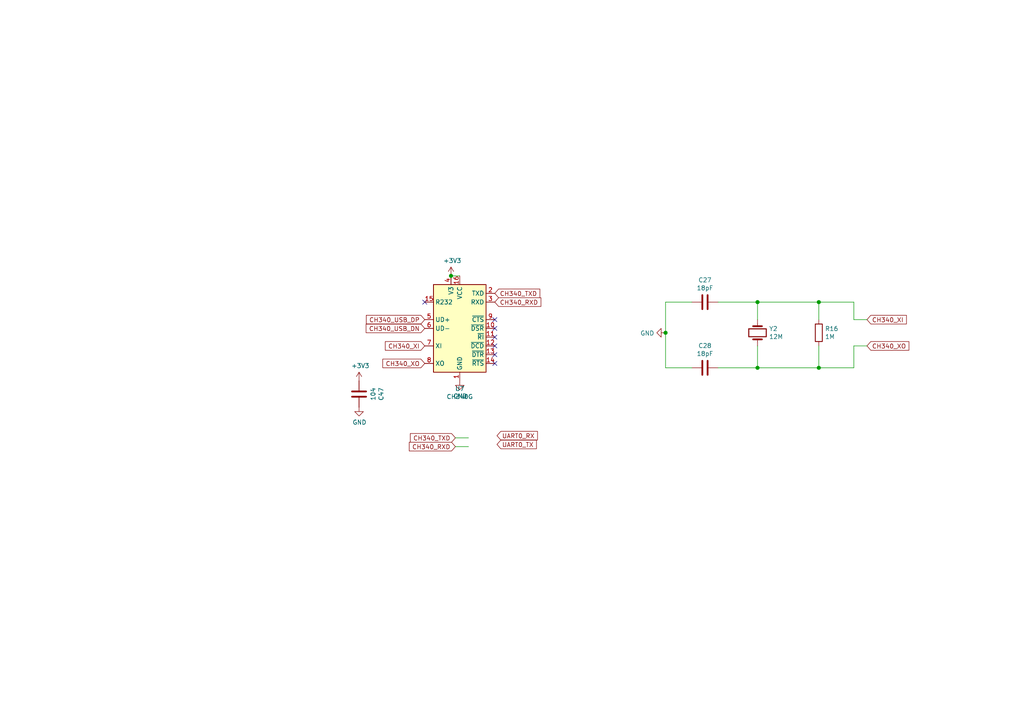
<source format=kicad_sch>
(kicad_sch (version 20210126) (generator eeschema)
  (paper "A4")
  (lib_symbols
    (symbol "Device:C" (pin_numbers hide) (pin_names (offset 0.254))
      (property "Reference" "C" (at 0.635 2.54 0))
      (property "Value" "C" (at 0.635 -2.54 0))
      (symbol "C_0_1"
        (polyline (pts (xy -2.032 -0.762) (xy 2.032 -0.762)) (stroke (width 0.508)))
        (polyline (pts (xy -2.032 0.762) (xy 2.032 0.762)) (stroke (width 0.508)))
      )
      (symbol "C_1_1"
        (pin passive line (at 0 3.81 270) (length 2.794) (name "~") (number "1"))
        (pin passive line (at 0 -3.81 90) (length 2.794) (name "~") (number "2"))
      )
    )
    (symbol "Device:Crystal" (pin_numbers hide) (pin_names (offset 1.016) hide)
      (property "Reference" "Y" (at 0 3.81 0))
      (property "Value" "Crystal" (at 0 -3.81 0))
      (symbol "Crystal_0_1"
        (rectangle (start -1.143 2.54) (end 1.143 -2.54) (stroke (width 0.3048)))
        (polyline (pts (xy -2.54 0) (xy -1.905 0)))
        (polyline (pts (xy -1.905 -1.27) (xy -1.905 1.27)) (stroke (width 0.508)))
        (polyline (pts (xy 1.905 -1.27) (xy 1.905 1.27)) (stroke (width 0.508)))
        (polyline (pts (xy 2.54 0) (xy 1.905 0)))
      )
      (symbol "Crystal_1_1"
        (pin passive line (at -3.81 0 0) (length 1.27) (name "1") (number "1"))
        (pin passive line (at 3.81 0 180) (length 1.27) (name "2") (number "2"))
      )
    )
    (symbol "Device:R" (pin_numbers hide) (pin_names (offset 0))
      (property "Reference" "R" (at 2.032 0 90))
      (property "Value" "R" (at 0 0 90))
      (symbol "R_0_1"
        (rectangle (start -1.016 -2.54) (end 1.016 2.54) (stroke (width 0.254)))
      )
      (symbol "R_1_1"
        (pin passive line (at 0 3.81 270) (length 1.27) (name "~") (number "1"))
        (pin passive line (at 0 -3.81 90) (length 1.27) (name "~") (number "2"))
      )
    )
    (symbol "Interface_USB:CH340G"
      (property "Reference" "U" (at -5.08 13.97 0))
      (property "Value" "CH340G" (at 1.27 13.97 0))
      (symbol "CH340G_0_1"
        (rectangle (start -7.62 12.7) (end 7.62 -12.7) (stroke (width 0.254)) (fill (type background)))
      )
      (symbol "CH340G_1_1"
        (pin power_in line (at 0 -15.24 90) (length 2.54) (name "GND") (number "1"))
        (pin input line (at 10.16 0 180) (length 2.54) (name "~DSR") (number "10"))
        (pin input line (at 10.16 -2.54 180) (length 2.54) (name "~RI") (number "11"))
        (pin input line (at 10.16 -5.08 180) (length 2.54) (name "~DCD") (number "12"))
        (pin output line (at 10.16 -7.62 180) (length 2.54) (name "~DTR") (number "13"))
        (pin output line (at 10.16 -10.16 180) (length 2.54) (name "~RTS") (number "14"))
        (pin input line (at -10.16 7.62 0) (length 2.54) (name "R232") (number "15"))
        (pin power_in line (at 0 15.24 270) (length 2.54) (name "VCC") (number "16"))
        (pin output line (at 10.16 10.16 180) (length 2.54) (name "TXD") (number "2"))
        (pin input line (at 10.16 7.62 180) (length 2.54) (name "RXD") (number "3"))
        (pin passive line (at -2.54 15.24 270) (length 2.54) (name "V3") (number "4"))
        (pin bidirectional line (at -10.16 2.54 0) (length 2.54) (name "UD+") (number "5"))
        (pin bidirectional line (at -10.16 0 0) (length 2.54) (name "UD-") (number "6"))
        (pin input line (at -10.16 -5.08 0) (length 2.54) (name "XI") (number "7"))
        (pin output line (at -10.16 -10.16 0) (length 2.54) (name "XO") (number "8"))
        (pin input line (at 10.16 2.54 180) (length 2.54) (name "~CTS") (number "9"))
      )
    )
    (symbol "power:+3V3" (power) (pin_names (offset 0))
      (property "Value" "+3V3" (at 0 3.556 0))
      (symbol "+3V3_0_1"
        (polyline (pts (xy -0.762 1.27) (xy 0 2.54)))
        (polyline (pts (xy 0 0) (xy 0 2.54)))
        (polyline (pts (xy 0 2.54) (xy 0.762 1.27)))
      )
      (symbol "+3V3_1_1"
        (pin power_in line (at 0 0 90) (length 0) hide (name "+3V3") (number "1"))
      )
    )
    (symbol "power:GND" (power) (pin_names (offset 0))
      (property "Value" "GND" (at 0 -3.81 0))
      (symbol "GND_0_1"
        (polyline (pts (xy 0 0) (xy 0 -1.27) (xy 1.27 -1.27) (xy 0 -2.54) (xy -1.27 -1.27) (xy 0 -1.27)))
      )
      (symbol "GND_1_1"
        (pin power_in line (at 0 0 270) (length 0) hide (name "GND") (number "1"))
      )
    )
  )
  (junction (at 130.81 80.01) (diameter 1.016))
  (junction (at 193.04 96.52) (diameter 1.016))
  (junction (at 219.71 87.63) (diameter 1.016))
  (junction (at 219.71 106.68) (diameter 1.016))
  (junction (at 237.49 87.63) (diameter 1.016))
  (junction (at 237.49 106.68) (diameter 1.016))
  (no_connect (at 123.19 87.63))
  (no_connect (at 143.51 92.71))
  (no_connect (at 143.51 95.25))
  (no_connect (at 143.51 97.79))
  (no_connect (at 143.51 100.33))
  (no_connect (at 143.51 102.87))
  (no_connect (at 143.51 105.41))
  (wire (pts (xy 132.08 127) (xy 135.89 127)))
  (wire (pts (xy 133.35 80.01) (xy 130.81 80.01)))
  (wire (pts (xy 135.89 129.54) (xy 132.08 129.54)))
  (wire (pts (xy 193.04 87.63) (xy 193.04 96.52)))
  (wire (pts (xy 193.04 96.52) (xy 193.04 106.68)))
  (wire (pts (xy 193.04 106.68) (xy 200.66 106.68)))
  (wire (pts (xy 200.66 87.63) (xy 193.04 87.63)))
  (wire (pts (xy 208.28 87.63) (xy 219.71 87.63)))
  (wire (pts (xy 208.28 106.68) (xy 219.71 106.68)))
  (wire (pts (xy 219.71 87.63) (xy 219.71 92.71)))
  (wire (pts (xy 219.71 87.63) (xy 237.49 87.63)))
  (wire (pts (xy 219.71 106.68) (xy 219.71 100.33)))
  (wire (pts (xy 237.49 87.63) (xy 237.49 92.71)))
  (wire (pts (xy 237.49 87.63) (xy 247.65 87.63)))
  (wire (pts (xy 237.49 100.33) (xy 237.49 106.68)))
  (wire (pts (xy 237.49 106.68) (xy 219.71 106.68)))
  (wire (pts (xy 247.65 87.63) (xy 247.65 92.71)))
  (wire (pts (xy 247.65 92.71) (xy 251.46 92.71)))
  (wire (pts (xy 247.65 100.33) (xy 247.65 106.68)))
  (wire (pts (xy 247.65 106.68) (xy 237.49 106.68)))
  (wire (pts (xy 251.46 100.33) (xy 247.65 100.33)))
  (global_label "CH340_USB_DP" (shape input) (at 123.19 92.71 180) (property "Intersheet References" "${INTERSHEET_REFS}" (effects hide)))
  (global_label "CH340_USB_DN" (shape input) (at 123.19 95.25 180) (property "Intersheet References" "${INTERSHEET_REFS}" (effects hide)))
  (global_label "CH340_XI" (shape input) (at 123.19 100.33 180) (property "Intersheet References" "${INTERSHEET_REFS}" (effects hide)))
  (global_label "CH340_XO" (shape input) (at 123.19 105.41 180) (property "Intersheet References" "${INTERSHEET_REFS}" (effects hide)))
  (global_label "CH340_TXD" (shape input) (at 132.08 127 180) (property "Intersheet References" "${INTERSHEET_REFS}" (effects hide)))
  (global_label "CH340_RXD" (shape input) (at 132.08 129.54 180) (property "Intersheet References" "${INTERSHEET_REFS}" (effects hide)))
  (global_label "CH340_TXD" (shape input) (at 143.51 85.09 0) (property "Intersheet References" "${INTERSHEET_REFS}" (effects hide)))
  (global_label "CH340_RXD" (shape input) (at 143.51 87.63 0) (property "Intersheet References" "${INTERSHEET_REFS}" (effects hide)))
  (global_label "UART0_RX" (shape input) (at 144.145 126.365 0) (property "Intersheet References" "${INTERSHEET_REFS}" (effects hide)))
  (global_label "UART0_TX" (shape input) (at 144.145 128.905 0) (property "Intersheet References" "${INTERSHEET_REFS}" (effects hide)))
  (global_label "CH340_XI" (shape input) (at 251.46 92.71 0) (property "Intersheet References" "${INTERSHEET_REFS}" (effects hide)))
  (global_label "CH340_XO" (shape input) (at 251.46 100.33 0) (property "Intersheet References" "${INTERSHEET_REFS}" (effects hide)))
  (symbol (lib_id "power:+3V3") (at 104.14 110.49 0) (unit 1)
    (property "Reference" "#PWR0212" (effects hide))
    (property "Value" "+3V3" (at 104.521 106.0958 0))
  )
  (symbol (lib_id "power:+3V3") (at 130.81 80.01 0) (unit 1)
    (property "Reference" "#PWR0161" (effects hide))
    (property "Value" "+3V3" (at 131.191 75.6158 0))
  )
  (symbol (lib_id "power:GND") (at 104.14 118.11 0) (unit 1)
    (property "Reference" "#PWR0211" (effects hide))
    (property "Value" "GND" (at 104.267 122.5042 0))
  )
  (symbol (lib_id "power:GND") (at 133.35 110.49 0) (unit 1)
    (property "Reference" "#PWR0160" (effects hide))
    (property "Value" "GND" (at 133.477 114.8842 0))
  )
  (symbol (lib_id "power:GND") (at 193.04 96.52 270) (unit 1)
    (property "Reference" "#PWR0159" (effects hide))
    (property "Value" "GND" (at 189.7888 96.647 90) (effects (justify right)))
  )
  (symbol (lib_id "Device:R") (at 237.49 96.52 0) (unit 1)
    (property "Reference" "R16" (at 239.268 95.3516 0) (effects (justify left)))
    (property "Value" "1M" (at 239.268 97.663 0) (effects (justify left)))
    (property "Footprint" "Resistor_SMD:R_0603_1608Metric" (effects hide))
  )
  (symbol (lib_id "Device:C") (at 104.14 114.3 180) (unit 1)
    (property "Reference" "C47" (at 110.5408 114.3 90))
    (property "Value" "104" (at 108.2294 114.3 90))
    (property "Footprint" "Capacitor_SMD:C_0603_1608Metric" (effects hide))
  )
  (symbol (lib_id "Device:C") (at 204.47 87.63 270) (unit 1)
    (property "Reference" "C27" (at 204.47 81.2292 90))
    (property "Value" "18pF" (at 204.47 83.5406 90))
    (property "Footprint" "Capacitor_SMD:C_0603_1608Metric" (effects hide))
  )
  (symbol (lib_id "Device:C") (at 204.47 106.68 270) (unit 1)
    (property "Reference" "C28" (at 204.47 100.2792 90))
    (property "Value" "18pF" (at 204.47 102.5906 90))
    (property "Footprint" "Capacitor_SMD:C_0603_1608Metric" (effects hide))
  )
  (symbol (lib_id "Device:Crystal") (at 219.71 96.52 270) (unit 1)
    (property "Reference" "Y2" (at 223.0374 95.3516 90) (effects (justify left)))
    (property "Value" "12M" (at 223.0374 97.663 90) (effects (justify left)))
    (property "Footprint" "Crystal:Crystal_HC49-4H_Vertical" (effects hide))
  )
  (symbol (lib_id "Interface_USB:CH340G") (at 133.35 95.25 0) (unit 1)
    (property "Reference" "U7" (at 133.35 112.7506 0))
    (property "Value" "CH340G" (at 133.35 115.062 0))
    (property "Footprint" "Package_SO:SOIC-16_3.9x9.9mm_P1.27mm" (effects hide))
    (property "Datasheet" "http://www.datasheet5.com/pdf-local-2195953" (effects hide))
  )
)
</source>
